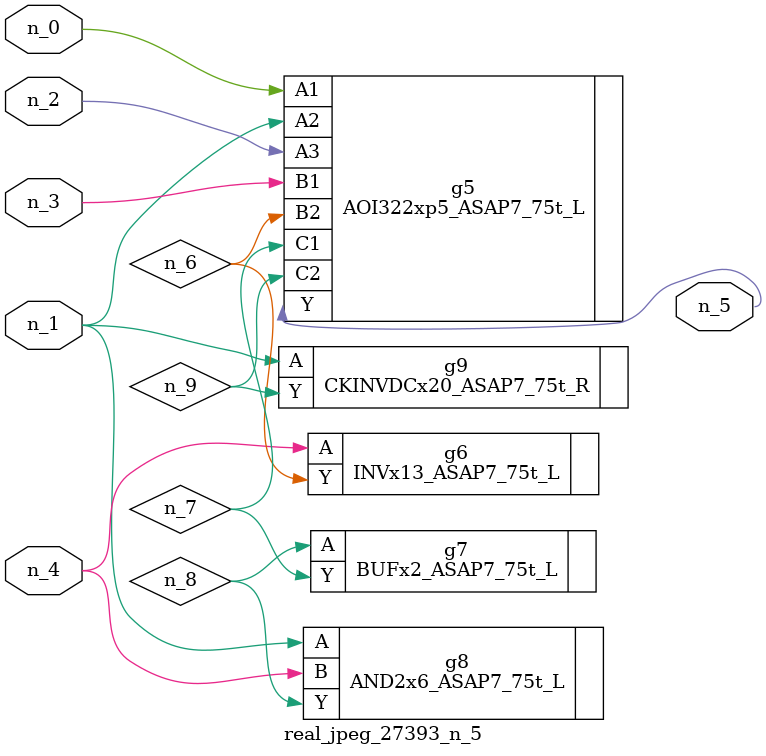
<source format=v>
module real_jpeg_27393_n_5 (n_4, n_0, n_1, n_2, n_3, n_5);

input n_4;
input n_0;
input n_1;
input n_2;
input n_3;

output n_5;

wire n_8;
wire n_6;
wire n_7;
wire n_9;

AOI322xp5_ASAP7_75t_L g5 ( 
.A1(n_0),
.A2(n_1),
.A3(n_2),
.B1(n_3),
.B2(n_6),
.C1(n_7),
.C2(n_9),
.Y(n_5)
);

AND2x6_ASAP7_75t_L g8 ( 
.A(n_1),
.B(n_4),
.Y(n_8)
);

CKINVDCx20_ASAP7_75t_R g9 ( 
.A(n_1),
.Y(n_9)
);

INVx13_ASAP7_75t_L g6 ( 
.A(n_4),
.Y(n_6)
);

BUFx2_ASAP7_75t_L g7 ( 
.A(n_8),
.Y(n_7)
);


endmodule
</source>
